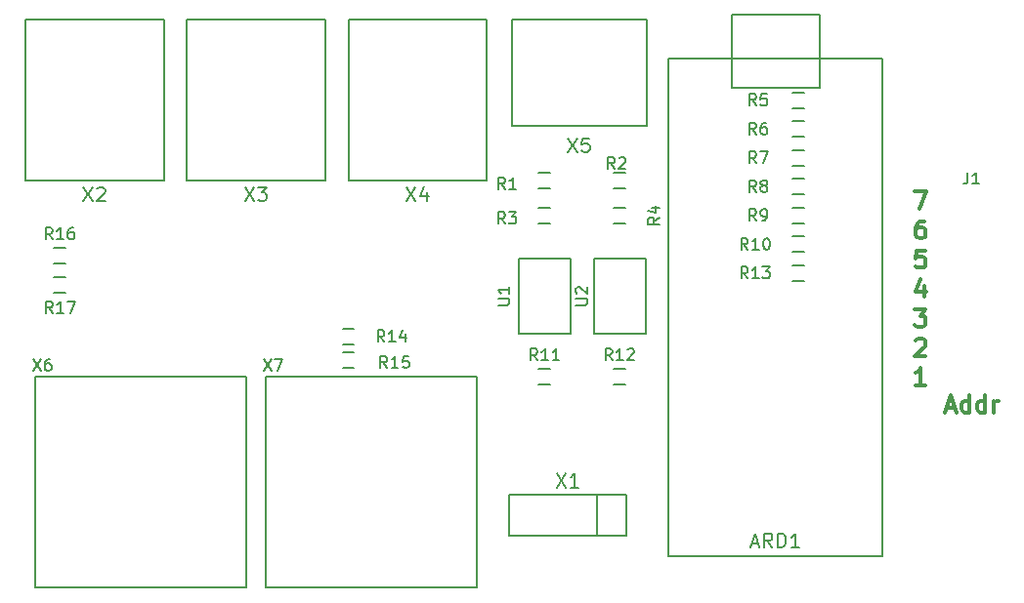
<source format=gbr>
G04 #@! TF.FileFunction,Legend,Top*
%FSLAX46Y46*%
G04 Gerber Fmt 4.6, Leading zero omitted, Abs format (unit mm)*
G04 Created by KiCad (PCBNEW 4.0.5+dfsg1-4) date Sat Aug 26 21:12:24 2017*
%MOMM*%
%LPD*%
G01*
G04 APERTURE LIST*
%ADD10C,0.100000*%
%ADD11C,0.300000*%
%ADD12C,0.150000*%
G04 APERTURE END LIST*
D10*
D11*
X184100001Y-89928571D02*
X185100001Y-89928571D01*
X184457144Y-91428571D01*
X184885715Y-92478571D02*
X184600001Y-92478571D01*
X184457144Y-92550000D01*
X184385715Y-92621429D01*
X184242858Y-92835714D01*
X184171429Y-93121429D01*
X184171429Y-93692857D01*
X184242858Y-93835714D01*
X184314286Y-93907143D01*
X184457144Y-93978571D01*
X184742858Y-93978571D01*
X184885715Y-93907143D01*
X184957144Y-93835714D01*
X185028572Y-93692857D01*
X185028572Y-93335714D01*
X184957144Y-93192857D01*
X184885715Y-93121429D01*
X184742858Y-93050000D01*
X184457144Y-93050000D01*
X184314286Y-93121429D01*
X184242858Y-93192857D01*
X184171429Y-93335714D01*
X184957144Y-95028571D02*
X184242858Y-95028571D01*
X184171429Y-95742857D01*
X184242858Y-95671429D01*
X184385715Y-95600000D01*
X184742858Y-95600000D01*
X184885715Y-95671429D01*
X184957144Y-95742857D01*
X185028572Y-95885714D01*
X185028572Y-96242857D01*
X184957144Y-96385714D01*
X184885715Y-96457143D01*
X184742858Y-96528571D01*
X184385715Y-96528571D01*
X184242858Y-96457143D01*
X184171429Y-96385714D01*
X184885715Y-98078571D02*
X184885715Y-99078571D01*
X184528572Y-97507143D02*
X184171429Y-98578571D01*
X185100001Y-98578571D01*
X184100001Y-100128571D02*
X185028572Y-100128571D01*
X184528572Y-100700000D01*
X184742858Y-100700000D01*
X184885715Y-100771429D01*
X184957144Y-100842857D01*
X185028572Y-100985714D01*
X185028572Y-101342857D01*
X184957144Y-101485714D01*
X184885715Y-101557143D01*
X184742858Y-101628571D01*
X184314286Y-101628571D01*
X184171429Y-101557143D01*
X184100001Y-101485714D01*
X184171429Y-102821429D02*
X184242858Y-102750000D01*
X184385715Y-102678571D01*
X184742858Y-102678571D01*
X184885715Y-102750000D01*
X184957144Y-102821429D01*
X185028572Y-102964286D01*
X185028572Y-103107143D01*
X184957144Y-103321429D01*
X184100001Y-104178571D01*
X185028572Y-104178571D01*
X185028572Y-106728571D02*
X184171429Y-106728571D01*
X184600001Y-106728571D02*
X184600001Y-105228571D01*
X184457144Y-105442857D01*
X184314286Y-105585714D01*
X184171429Y-105657143D01*
X186821429Y-108650000D02*
X187535715Y-108650000D01*
X186678572Y-109078571D02*
X187178572Y-107578571D01*
X187678572Y-109078571D01*
X188821429Y-109078571D02*
X188821429Y-107578571D01*
X188821429Y-109007143D02*
X188678572Y-109078571D01*
X188392858Y-109078571D01*
X188250000Y-109007143D01*
X188178572Y-108935714D01*
X188107143Y-108792857D01*
X188107143Y-108364286D01*
X188178572Y-108221429D01*
X188250000Y-108150000D01*
X188392858Y-108078571D01*
X188678572Y-108078571D01*
X188821429Y-108150000D01*
X190178572Y-109078571D02*
X190178572Y-107578571D01*
X190178572Y-109007143D02*
X190035715Y-109078571D01*
X189750001Y-109078571D01*
X189607143Y-109007143D01*
X189535715Y-108935714D01*
X189464286Y-108792857D01*
X189464286Y-108364286D01*
X189535715Y-108221429D01*
X189607143Y-108150000D01*
X189750001Y-108078571D01*
X190035715Y-108078571D01*
X190178572Y-108150000D01*
X190892858Y-109078571D02*
X190892858Y-108078571D01*
X190892858Y-108364286D02*
X190964286Y-108221429D01*
X191035715Y-108150000D01*
X191178572Y-108078571D01*
X191321429Y-108078571D01*
D12*
X107855000Y-106010000D02*
X107855000Y-124300000D01*
X126145000Y-124300000D02*
X107855000Y-124300000D01*
X126145000Y-106010000D02*
X126145000Y-124300000D01*
X107855000Y-106010000D02*
X126145000Y-106010000D01*
X156250000Y-95750000D02*
X160750000Y-95750000D01*
X160750000Y-95750000D02*
X160750000Y-102250000D01*
X160750000Y-102250000D02*
X156250000Y-102250000D01*
X156250000Y-102250000D02*
X156250000Y-95750000D01*
X168190000Y-80950000D02*
X175810000Y-80950000D01*
X175810000Y-80950000D02*
X175810000Y-74600000D01*
X175810000Y-74600000D02*
X168190000Y-74600000D01*
X168190000Y-74600000D02*
X168190000Y-80950000D01*
X181271000Y-78410000D02*
X162729000Y-78410000D01*
X162729000Y-121590000D02*
X162729000Y-78410000D01*
X162729000Y-121590000D02*
X181271000Y-121590000D01*
X181271000Y-121590000D02*
X181271000Y-78410000D01*
X152500000Y-92675000D02*
X151500000Y-92675000D01*
X151500000Y-91325000D02*
X152500000Y-91325000D01*
X159000000Y-92675000D02*
X158000000Y-92675000D01*
X158000000Y-91325000D02*
X159000000Y-91325000D01*
X151500000Y-88325000D02*
X152500000Y-88325000D01*
X152500000Y-89675000D02*
X151500000Y-89675000D01*
X158000000Y-88325000D02*
X159000000Y-88325000D01*
X159000000Y-89675000D02*
X158000000Y-89675000D01*
X173500000Y-81325000D02*
X174500000Y-81325000D01*
X174500000Y-82675000D02*
X173500000Y-82675000D01*
X173500000Y-83825000D02*
X174500000Y-83825000D01*
X174500000Y-85175000D02*
X173500000Y-85175000D01*
X173500000Y-86325000D02*
X174500000Y-86325000D01*
X174500000Y-87675000D02*
X173500000Y-87675000D01*
X173500000Y-88825000D02*
X174500000Y-88825000D01*
X174500000Y-90175000D02*
X173500000Y-90175000D01*
X173500000Y-91325000D02*
X174500000Y-91325000D01*
X174500000Y-92675000D02*
X173500000Y-92675000D01*
X173500000Y-93825000D02*
X174500000Y-93825000D01*
X174500000Y-95175000D02*
X173500000Y-95175000D01*
X152500000Y-106675000D02*
X151500000Y-106675000D01*
X151500000Y-105325000D02*
X152500000Y-105325000D01*
X159000000Y-106675000D02*
X158000000Y-106675000D01*
X158000000Y-105325000D02*
X159000000Y-105325000D01*
X173500000Y-96325000D02*
X174500000Y-96325000D01*
X174500000Y-97675000D02*
X173500000Y-97675000D01*
X135500000Y-103175000D02*
X134500000Y-103175000D01*
X134500000Y-101825000D02*
X135500000Y-101825000D01*
X135500000Y-105175000D02*
X134500000Y-105175000D01*
X134500000Y-103825000D02*
X135500000Y-103825000D01*
X110500000Y-96175000D02*
X109500000Y-96175000D01*
X109500000Y-94825000D02*
X110500000Y-94825000D01*
X110500000Y-98675000D02*
X109500000Y-98675000D01*
X109500000Y-97325000D02*
X110500000Y-97325000D01*
X149750000Y-95750000D02*
X154250000Y-95750000D01*
X154250000Y-95750000D02*
X154250000Y-102250000D01*
X154250000Y-102250000D02*
X149750000Y-102250000D01*
X149750000Y-102250000D02*
X149750000Y-95750000D01*
X159060000Y-119750000D02*
X148940000Y-119750000D01*
X148940000Y-119750000D02*
X148940000Y-116250000D01*
X148940000Y-116250000D02*
X159060000Y-116250000D01*
X159060000Y-116250000D02*
X159060000Y-119750000D01*
X156540000Y-119750000D02*
X156540000Y-116250000D01*
X108500000Y-89000000D02*
X112500000Y-89000000D01*
X107000000Y-89000000D02*
X107000000Y-75000000D01*
X107000000Y-75000000D02*
X119000000Y-75000000D01*
X119000000Y-75000000D02*
X119000000Y-89000000D01*
X119000000Y-89000000D02*
X107000000Y-89000000D01*
X122500000Y-89000000D02*
X126500000Y-89000000D01*
X121000000Y-89000000D02*
X121000000Y-75000000D01*
X121000000Y-75000000D02*
X133000000Y-75000000D01*
X133000000Y-75000000D02*
X133000000Y-89000000D01*
X133000000Y-89000000D02*
X121000000Y-89000000D01*
X136500000Y-89000000D02*
X140500000Y-89000000D01*
X135000000Y-89000000D02*
X135000000Y-75000000D01*
X135000000Y-75000000D02*
X147000000Y-75000000D01*
X147000000Y-75000000D02*
X147000000Y-89000000D01*
X147000000Y-89000000D02*
X135000000Y-89000000D01*
X149150000Y-75000000D02*
X160850000Y-75000000D01*
X160850000Y-75000000D02*
X160850000Y-84200000D01*
X149150000Y-75000000D02*
X149150000Y-84200000D01*
X149150000Y-84200000D02*
X160850000Y-84200000D01*
X127855000Y-106010000D02*
X127855000Y-124300000D01*
X146145000Y-124300000D02*
X127855000Y-124300000D01*
X146145000Y-106010000D02*
X146145000Y-124300000D01*
X127855000Y-106010000D02*
X146145000Y-106010000D01*
X107690476Y-104452381D02*
X108357143Y-105452381D01*
X108357143Y-104452381D02*
X107690476Y-105452381D01*
X109166667Y-104452381D02*
X108976190Y-104452381D01*
X108880952Y-104500000D01*
X108833333Y-104547619D01*
X108738095Y-104690476D01*
X108690476Y-104880952D01*
X108690476Y-105261905D01*
X108738095Y-105357143D01*
X108785714Y-105404762D01*
X108880952Y-105452381D01*
X109071429Y-105452381D01*
X109166667Y-105404762D01*
X109214286Y-105357143D01*
X109261905Y-105261905D01*
X109261905Y-105023810D01*
X109214286Y-104928571D01*
X109166667Y-104880952D01*
X109071429Y-104833333D01*
X108880952Y-104833333D01*
X108785714Y-104880952D01*
X108738095Y-104928571D01*
X108690476Y-105023810D01*
X154702381Y-99761905D02*
X155511905Y-99761905D01*
X155607143Y-99714286D01*
X155654762Y-99666667D01*
X155702381Y-99571429D01*
X155702381Y-99380952D01*
X155654762Y-99285714D01*
X155607143Y-99238095D01*
X155511905Y-99190476D01*
X154702381Y-99190476D01*
X154797619Y-98761905D02*
X154750000Y-98714286D01*
X154702381Y-98619048D01*
X154702381Y-98380952D01*
X154750000Y-98285714D01*
X154797619Y-98238095D01*
X154892857Y-98190476D01*
X154988095Y-98190476D01*
X155130952Y-98238095D01*
X155702381Y-98809524D01*
X155702381Y-98190476D01*
X169942857Y-120430000D02*
X170514286Y-120430000D01*
X169828572Y-120772857D02*
X170228572Y-119572857D01*
X170628572Y-120772857D01*
X171714286Y-120772857D02*
X171314286Y-120201429D01*
X171028571Y-120772857D02*
X171028571Y-119572857D01*
X171485714Y-119572857D01*
X171600000Y-119630000D01*
X171657143Y-119687143D01*
X171714286Y-119801429D01*
X171714286Y-119972857D01*
X171657143Y-120087143D01*
X171600000Y-120144286D01*
X171485714Y-120201429D01*
X171028571Y-120201429D01*
X172228571Y-120772857D02*
X172228571Y-119572857D01*
X172514286Y-119572857D01*
X172685714Y-119630000D01*
X172800000Y-119744286D01*
X172857143Y-119858571D01*
X172914286Y-120087143D01*
X172914286Y-120258571D01*
X172857143Y-120487143D01*
X172800000Y-120601429D01*
X172685714Y-120715714D01*
X172514286Y-120772857D01*
X172228571Y-120772857D01*
X174057143Y-120772857D02*
X173371428Y-120772857D01*
X173714286Y-120772857D02*
X173714286Y-119572857D01*
X173600000Y-119744286D01*
X173485714Y-119858571D01*
X173371428Y-119915714D01*
X188666667Y-88252381D02*
X188666667Y-88966667D01*
X188619047Y-89109524D01*
X188523809Y-89204762D01*
X188380952Y-89252381D01*
X188285714Y-89252381D01*
X189666667Y-89252381D02*
X189095238Y-89252381D01*
X189380952Y-89252381D02*
X189380952Y-88252381D01*
X189285714Y-88395238D01*
X189190476Y-88490476D01*
X189095238Y-88538095D01*
X148583334Y-89702381D02*
X148250000Y-89226190D01*
X148011905Y-89702381D02*
X148011905Y-88702381D01*
X148392858Y-88702381D01*
X148488096Y-88750000D01*
X148535715Y-88797619D01*
X148583334Y-88892857D01*
X148583334Y-89035714D01*
X148535715Y-89130952D01*
X148488096Y-89178571D01*
X148392858Y-89226190D01*
X148011905Y-89226190D01*
X149535715Y-89702381D02*
X148964286Y-89702381D01*
X149250000Y-89702381D02*
X149250000Y-88702381D01*
X149154762Y-88845238D01*
X149059524Y-88940476D01*
X148964286Y-88988095D01*
X158083334Y-87952381D02*
X157750000Y-87476190D01*
X157511905Y-87952381D02*
X157511905Y-86952381D01*
X157892858Y-86952381D01*
X157988096Y-87000000D01*
X158035715Y-87047619D01*
X158083334Y-87142857D01*
X158083334Y-87285714D01*
X158035715Y-87380952D01*
X157988096Y-87428571D01*
X157892858Y-87476190D01*
X157511905Y-87476190D01*
X158464286Y-87047619D02*
X158511905Y-87000000D01*
X158607143Y-86952381D01*
X158845239Y-86952381D01*
X158940477Y-87000000D01*
X158988096Y-87047619D01*
X159035715Y-87142857D01*
X159035715Y-87238095D01*
X158988096Y-87380952D01*
X158416667Y-87952381D01*
X159035715Y-87952381D01*
X148583334Y-92702381D02*
X148250000Y-92226190D01*
X148011905Y-92702381D02*
X148011905Y-91702381D01*
X148392858Y-91702381D01*
X148488096Y-91750000D01*
X148535715Y-91797619D01*
X148583334Y-91892857D01*
X148583334Y-92035714D01*
X148535715Y-92130952D01*
X148488096Y-92178571D01*
X148392858Y-92226190D01*
X148011905Y-92226190D01*
X148916667Y-91702381D02*
X149535715Y-91702381D01*
X149202381Y-92083333D01*
X149345239Y-92083333D01*
X149440477Y-92130952D01*
X149488096Y-92178571D01*
X149535715Y-92273810D01*
X149535715Y-92511905D01*
X149488096Y-92607143D01*
X149440477Y-92654762D01*
X149345239Y-92702381D01*
X149059524Y-92702381D01*
X148964286Y-92654762D01*
X148916667Y-92607143D01*
X161952381Y-92166666D02*
X161476190Y-92500000D01*
X161952381Y-92738095D02*
X160952381Y-92738095D01*
X160952381Y-92357142D01*
X161000000Y-92261904D01*
X161047619Y-92214285D01*
X161142857Y-92166666D01*
X161285714Y-92166666D01*
X161380952Y-92214285D01*
X161428571Y-92261904D01*
X161476190Y-92357142D01*
X161476190Y-92738095D01*
X161285714Y-91309523D02*
X161952381Y-91309523D01*
X160904762Y-91547619D02*
X161619048Y-91785714D01*
X161619048Y-91166666D01*
X170333334Y-82452381D02*
X170000000Y-81976190D01*
X169761905Y-82452381D02*
X169761905Y-81452381D01*
X170142858Y-81452381D01*
X170238096Y-81500000D01*
X170285715Y-81547619D01*
X170333334Y-81642857D01*
X170333334Y-81785714D01*
X170285715Y-81880952D01*
X170238096Y-81928571D01*
X170142858Y-81976190D01*
X169761905Y-81976190D01*
X171238096Y-81452381D02*
X170761905Y-81452381D01*
X170714286Y-81928571D01*
X170761905Y-81880952D01*
X170857143Y-81833333D01*
X171095239Y-81833333D01*
X171190477Y-81880952D01*
X171238096Y-81928571D01*
X171285715Y-82023810D01*
X171285715Y-82261905D01*
X171238096Y-82357143D01*
X171190477Y-82404762D01*
X171095239Y-82452381D01*
X170857143Y-82452381D01*
X170761905Y-82404762D01*
X170714286Y-82357143D01*
X170333334Y-84952381D02*
X170000000Y-84476190D01*
X169761905Y-84952381D02*
X169761905Y-83952381D01*
X170142858Y-83952381D01*
X170238096Y-84000000D01*
X170285715Y-84047619D01*
X170333334Y-84142857D01*
X170333334Y-84285714D01*
X170285715Y-84380952D01*
X170238096Y-84428571D01*
X170142858Y-84476190D01*
X169761905Y-84476190D01*
X171190477Y-83952381D02*
X171000000Y-83952381D01*
X170904762Y-84000000D01*
X170857143Y-84047619D01*
X170761905Y-84190476D01*
X170714286Y-84380952D01*
X170714286Y-84761905D01*
X170761905Y-84857143D01*
X170809524Y-84904762D01*
X170904762Y-84952381D01*
X171095239Y-84952381D01*
X171190477Y-84904762D01*
X171238096Y-84857143D01*
X171285715Y-84761905D01*
X171285715Y-84523810D01*
X171238096Y-84428571D01*
X171190477Y-84380952D01*
X171095239Y-84333333D01*
X170904762Y-84333333D01*
X170809524Y-84380952D01*
X170761905Y-84428571D01*
X170714286Y-84523810D01*
X170333334Y-87452381D02*
X170000000Y-86976190D01*
X169761905Y-87452381D02*
X169761905Y-86452381D01*
X170142858Y-86452381D01*
X170238096Y-86500000D01*
X170285715Y-86547619D01*
X170333334Y-86642857D01*
X170333334Y-86785714D01*
X170285715Y-86880952D01*
X170238096Y-86928571D01*
X170142858Y-86976190D01*
X169761905Y-86976190D01*
X170666667Y-86452381D02*
X171333334Y-86452381D01*
X170904762Y-87452381D01*
X170333334Y-89952381D02*
X170000000Y-89476190D01*
X169761905Y-89952381D02*
X169761905Y-88952381D01*
X170142858Y-88952381D01*
X170238096Y-89000000D01*
X170285715Y-89047619D01*
X170333334Y-89142857D01*
X170333334Y-89285714D01*
X170285715Y-89380952D01*
X170238096Y-89428571D01*
X170142858Y-89476190D01*
X169761905Y-89476190D01*
X170904762Y-89380952D02*
X170809524Y-89333333D01*
X170761905Y-89285714D01*
X170714286Y-89190476D01*
X170714286Y-89142857D01*
X170761905Y-89047619D01*
X170809524Y-89000000D01*
X170904762Y-88952381D01*
X171095239Y-88952381D01*
X171190477Y-89000000D01*
X171238096Y-89047619D01*
X171285715Y-89142857D01*
X171285715Y-89190476D01*
X171238096Y-89285714D01*
X171190477Y-89333333D01*
X171095239Y-89380952D01*
X170904762Y-89380952D01*
X170809524Y-89428571D01*
X170761905Y-89476190D01*
X170714286Y-89571429D01*
X170714286Y-89761905D01*
X170761905Y-89857143D01*
X170809524Y-89904762D01*
X170904762Y-89952381D01*
X171095239Y-89952381D01*
X171190477Y-89904762D01*
X171238096Y-89857143D01*
X171285715Y-89761905D01*
X171285715Y-89571429D01*
X171238096Y-89476190D01*
X171190477Y-89428571D01*
X171095239Y-89380952D01*
X170333334Y-92452381D02*
X170000000Y-91976190D01*
X169761905Y-92452381D02*
X169761905Y-91452381D01*
X170142858Y-91452381D01*
X170238096Y-91500000D01*
X170285715Y-91547619D01*
X170333334Y-91642857D01*
X170333334Y-91785714D01*
X170285715Y-91880952D01*
X170238096Y-91928571D01*
X170142858Y-91976190D01*
X169761905Y-91976190D01*
X170809524Y-92452381D02*
X171000000Y-92452381D01*
X171095239Y-92404762D01*
X171142858Y-92357143D01*
X171238096Y-92214286D01*
X171285715Y-92023810D01*
X171285715Y-91642857D01*
X171238096Y-91547619D01*
X171190477Y-91500000D01*
X171095239Y-91452381D01*
X170904762Y-91452381D01*
X170809524Y-91500000D01*
X170761905Y-91547619D01*
X170714286Y-91642857D01*
X170714286Y-91880952D01*
X170761905Y-91976190D01*
X170809524Y-92023810D01*
X170904762Y-92071429D01*
X171095239Y-92071429D01*
X171190477Y-92023810D01*
X171238096Y-91976190D01*
X171285715Y-91880952D01*
X169607143Y-94952381D02*
X169273809Y-94476190D01*
X169035714Y-94952381D02*
X169035714Y-93952381D01*
X169416667Y-93952381D01*
X169511905Y-94000000D01*
X169559524Y-94047619D01*
X169607143Y-94142857D01*
X169607143Y-94285714D01*
X169559524Y-94380952D01*
X169511905Y-94428571D01*
X169416667Y-94476190D01*
X169035714Y-94476190D01*
X170559524Y-94952381D02*
X169988095Y-94952381D01*
X170273809Y-94952381D02*
X170273809Y-93952381D01*
X170178571Y-94095238D01*
X170083333Y-94190476D01*
X169988095Y-94238095D01*
X171178571Y-93952381D02*
X171273810Y-93952381D01*
X171369048Y-94000000D01*
X171416667Y-94047619D01*
X171464286Y-94142857D01*
X171511905Y-94333333D01*
X171511905Y-94571429D01*
X171464286Y-94761905D01*
X171416667Y-94857143D01*
X171369048Y-94904762D01*
X171273810Y-94952381D01*
X171178571Y-94952381D01*
X171083333Y-94904762D01*
X171035714Y-94857143D01*
X170988095Y-94761905D01*
X170940476Y-94571429D01*
X170940476Y-94333333D01*
X170988095Y-94142857D01*
X171035714Y-94047619D01*
X171083333Y-94000000D01*
X171178571Y-93952381D01*
X151357143Y-104552381D02*
X151023809Y-104076190D01*
X150785714Y-104552381D02*
X150785714Y-103552381D01*
X151166667Y-103552381D01*
X151261905Y-103600000D01*
X151309524Y-103647619D01*
X151357143Y-103742857D01*
X151357143Y-103885714D01*
X151309524Y-103980952D01*
X151261905Y-104028571D01*
X151166667Y-104076190D01*
X150785714Y-104076190D01*
X152309524Y-104552381D02*
X151738095Y-104552381D01*
X152023809Y-104552381D02*
X152023809Y-103552381D01*
X151928571Y-103695238D01*
X151833333Y-103790476D01*
X151738095Y-103838095D01*
X153261905Y-104552381D02*
X152690476Y-104552381D01*
X152976190Y-104552381D02*
X152976190Y-103552381D01*
X152880952Y-103695238D01*
X152785714Y-103790476D01*
X152690476Y-103838095D01*
X157857143Y-104552381D02*
X157523809Y-104076190D01*
X157285714Y-104552381D02*
X157285714Y-103552381D01*
X157666667Y-103552381D01*
X157761905Y-103600000D01*
X157809524Y-103647619D01*
X157857143Y-103742857D01*
X157857143Y-103885714D01*
X157809524Y-103980952D01*
X157761905Y-104028571D01*
X157666667Y-104076190D01*
X157285714Y-104076190D01*
X158809524Y-104552381D02*
X158238095Y-104552381D01*
X158523809Y-104552381D02*
X158523809Y-103552381D01*
X158428571Y-103695238D01*
X158333333Y-103790476D01*
X158238095Y-103838095D01*
X159190476Y-103647619D02*
X159238095Y-103600000D01*
X159333333Y-103552381D01*
X159571429Y-103552381D01*
X159666667Y-103600000D01*
X159714286Y-103647619D01*
X159761905Y-103742857D01*
X159761905Y-103838095D01*
X159714286Y-103980952D01*
X159142857Y-104552381D01*
X159761905Y-104552381D01*
X169607143Y-97452381D02*
X169273809Y-96976190D01*
X169035714Y-97452381D02*
X169035714Y-96452381D01*
X169416667Y-96452381D01*
X169511905Y-96500000D01*
X169559524Y-96547619D01*
X169607143Y-96642857D01*
X169607143Y-96785714D01*
X169559524Y-96880952D01*
X169511905Y-96928571D01*
X169416667Y-96976190D01*
X169035714Y-96976190D01*
X170559524Y-97452381D02*
X169988095Y-97452381D01*
X170273809Y-97452381D02*
X170273809Y-96452381D01*
X170178571Y-96595238D01*
X170083333Y-96690476D01*
X169988095Y-96738095D01*
X170892857Y-96452381D02*
X171511905Y-96452381D01*
X171178571Y-96833333D01*
X171321429Y-96833333D01*
X171416667Y-96880952D01*
X171464286Y-96928571D01*
X171511905Y-97023810D01*
X171511905Y-97261905D01*
X171464286Y-97357143D01*
X171416667Y-97404762D01*
X171321429Y-97452381D01*
X171035714Y-97452381D01*
X170940476Y-97404762D01*
X170892857Y-97357143D01*
X138107143Y-102952381D02*
X137773809Y-102476190D01*
X137535714Y-102952381D02*
X137535714Y-101952381D01*
X137916667Y-101952381D01*
X138011905Y-102000000D01*
X138059524Y-102047619D01*
X138107143Y-102142857D01*
X138107143Y-102285714D01*
X138059524Y-102380952D01*
X138011905Y-102428571D01*
X137916667Y-102476190D01*
X137535714Y-102476190D01*
X139059524Y-102952381D02*
X138488095Y-102952381D01*
X138773809Y-102952381D02*
X138773809Y-101952381D01*
X138678571Y-102095238D01*
X138583333Y-102190476D01*
X138488095Y-102238095D01*
X139916667Y-102285714D02*
X139916667Y-102952381D01*
X139678571Y-101904762D02*
X139440476Y-102619048D01*
X140059524Y-102619048D01*
X138357143Y-105202381D02*
X138023809Y-104726190D01*
X137785714Y-105202381D02*
X137785714Y-104202381D01*
X138166667Y-104202381D01*
X138261905Y-104250000D01*
X138309524Y-104297619D01*
X138357143Y-104392857D01*
X138357143Y-104535714D01*
X138309524Y-104630952D01*
X138261905Y-104678571D01*
X138166667Y-104726190D01*
X137785714Y-104726190D01*
X139309524Y-105202381D02*
X138738095Y-105202381D01*
X139023809Y-105202381D02*
X139023809Y-104202381D01*
X138928571Y-104345238D01*
X138833333Y-104440476D01*
X138738095Y-104488095D01*
X140214286Y-104202381D02*
X139738095Y-104202381D01*
X139690476Y-104678571D01*
X139738095Y-104630952D01*
X139833333Y-104583333D01*
X140071429Y-104583333D01*
X140166667Y-104630952D01*
X140214286Y-104678571D01*
X140261905Y-104773810D01*
X140261905Y-105011905D01*
X140214286Y-105107143D01*
X140166667Y-105154762D01*
X140071429Y-105202381D01*
X139833333Y-105202381D01*
X139738095Y-105154762D01*
X139690476Y-105107143D01*
X109357143Y-94052381D02*
X109023809Y-93576190D01*
X108785714Y-94052381D02*
X108785714Y-93052381D01*
X109166667Y-93052381D01*
X109261905Y-93100000D01*
X109309524Y-93147619D01*
X109357143Y-93242857D01*
X109357143Y-93385714D01*
X109309524Y-93480952D01*
X109261905Y-93528571D01*
X109166667Y-93576190D01*
X108785714Y-93576190D01*
X110309524Y-94052381D02*
X109738095Y-94052381D01*
X110023809Y-94052381D02*
X110023809Y-93052381D01*
X109928571Y-93195238D01*
X109833333Y-93290476D01*
X109738095Y-93338095D01*
X111166667Y-93052381D02*
X110976190Y-93052381D01*
X110880952Y-93100000D01*
X110833333Y-93147619D01*
X110738095Y-93290476D01*
X110690476Y-93480952D01*
X110690476Y-93861905D01*
X110738095Y-93957143D01*
X110785714Y-94004762D01*
X110880952Y-94052381D01*
X111071429Y-94052381D01*
X111166667Y-94004762D01*
X111214286Y-93957143D01*
X111261905Y-93861905D01*
X111261905Y-93623810D01*
X111214286Y-93528571D01*
X111166667Y-93480952D01*
X111071429Y-93433333D01*
X110880952Y-93433333D01*
X110785714Y-93480952D01*
X110738095Y-93528571D01*
X110690476Y-93623810D01*
X109357143Y-100452381D02*
X109023809Y-99976190D01*
X108785714Y-100452381D02*
X108785714Y-99452381D01*
X109166667Y-99452381D01*
X109261905Y-99500000D01*
X109309524Y-99547619D01*
X109357143Y-99642857D01*
X109357143Y-99785714D01*
X109309524Y-99880952D01*
X109261905Y-99928571D01*
X109166667Y-99976190D01*
X108785714Y-99976190D01*
X110309524Y-100452381D02*
X109738095Y-100452381D01*
X110023809Y-100452381D02*
X110023809Y-99452381D01*
X109928571Y-99595238D01*
X109833333Y-99690476D01*
X109738095Y-99738095D01*
X110642857Y-99452381D02*
X111309524Y-99452381D01*
X110880952Y-100452381D01*
X147952381Y-99761905D02*
X148761905Y-99761905D01*
X148857143Y-99714286D01*
X148904762Y-99666667D01*
X148952381Y-99571429D01*
X148952381Y-99380952D01*
X148904762Y-99285714D01*
X148857143Y-99238095D01*
X148761905Y-99190476D01*
X147952381Y-99190476D01*
X148952381Y-98190476D02*
X148952381Y-98761905D01*
X148952381Y-98476191D02*
X147952381Y-98476191D01*
X148095238Y-98571429D01*
X148190476Y-98666667D01*
X148238095Y-98761905D01*
X153028572Y-114392857D02*
X153828572Y-115592857D01*
X153828572Y-114392857D02*
X153028572Y-115592857D01*
X154914286Y-115592857D02*
X154228571Y-115592857D01*
X154571429Y-115592857D02*
X154571429Y-114392857D01*
X154457143Y-114564286D01*
X154342857Y-114678571D01*
X154228571Y-114735714D01*
X112028572Y-89542857D02*
X112828572Y-90742857D01*
X112828572Y-89542857D02*
X112028572Y-90742857D01*
X113228571Y-89657143D02*
X113285714Y-89600000D01*
X113400000Y-89542857D01*
X113685714Y-89542857D01*
X113800000Y-89600000D01*
X113857143Y-89657143D01*
X113914286Y-89771429D01*
X113914286Y-89885714D01*
X113857143Y-90057143D01*
X113171429Y-90742857D01*
X113914286Y-90742857D01*
X126028572Y-89542857D02*
X126828572Y-90742857D01*
X126828572Y-89542857D02*
X126028572Y-90742857D01*
X127171429Y-89542857D02*
X127914286Y-89542857D01*
X127514286Y-90000000D01*
X127685714Y-90000000D01*
X127800000Y-90057143D01*
X127857143Y-90114286D01*
X127914286Y-90228571D01*
X127914286Y-90514286D01*
X127857143Y-90628571D01*
X127800000Y-90685714D01*
X127685714Y-90742857D01*
X127342857Y-90742857D01*
X127228571Y-90685714D01*
X127171429Y-90628571D01*
X140028572Y-89542857D02*
X140828572Y-90742857D01*
X140828572Y-89542857D02*
X140028572Y-90742857D01*
X141800000Y-89942857D02*
X141800000Y-90742857D01*
X141514286Y-89485714D02*
X141228571Y-90342857D01*
X141971429Y-90342857D01*
X154028572Y-85292857D02*
X154828572Y-86492857D01*
X154828572Y-85292857D02*
X154028572Y-86492857D01*
X155857143Y-85292857D02*
X155285714Y-85292857D01*
X155228571Y-85864286D01*
X155285714Y-85807143D01*
X155400000Y-85750000D01*
X155685714Y-85750000D01*
X155800000Y-85807143D01*
X155857143Y-85864286D01*
X155914286Y-85978571D01*
X155914286Y-86264286D01*
X155857143Y-86378571D01*
X155800000Y-86435714D01*
X155685714Y-86492857D01*
X155400000Y-86492857D01*
X155285714Y-86435714D01*
X155228571Y-86378571D01*
X127690476Y-104452381D02*
X128357143Y-105452381D01*
X128357143Y-104452381D02*
X127690476Y-105452381D01*
X128642857Y-104452381D02*
X129309524Y-104452381D01*
X128880952Y-105452381D01*
M02*

</source>
